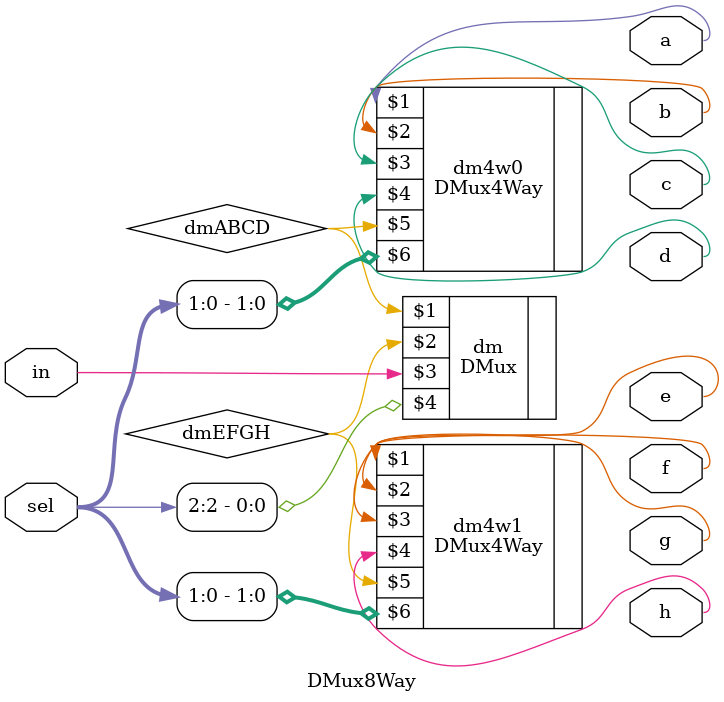
<source format=v>
/* módulo DMux8Way */

`ifndef _DMux8Way_
`define _DMux8Way_

`include "DMux.v"
`include "DMux4Way.v"

module DMux8Way(a, b, c, d, e, f, g, h, in, sel);
    input in;
    input [2:0] sel;
    output a, b, c, d, e, f, g, h;
    wire dmABCD, dmEFGH;

    DMux dm(dmABCD, dmEFGH, in, sel[2]);
    DMux4Way dm4w0(a,b,c,d, dmABCD, sel[1:0]);
    DMux4Way dm4w1(e,f,g,h, dmEFGH, sel[1:0]);


    // Descrição de conexões internas do módulo

endmodule

`endif

</source>
